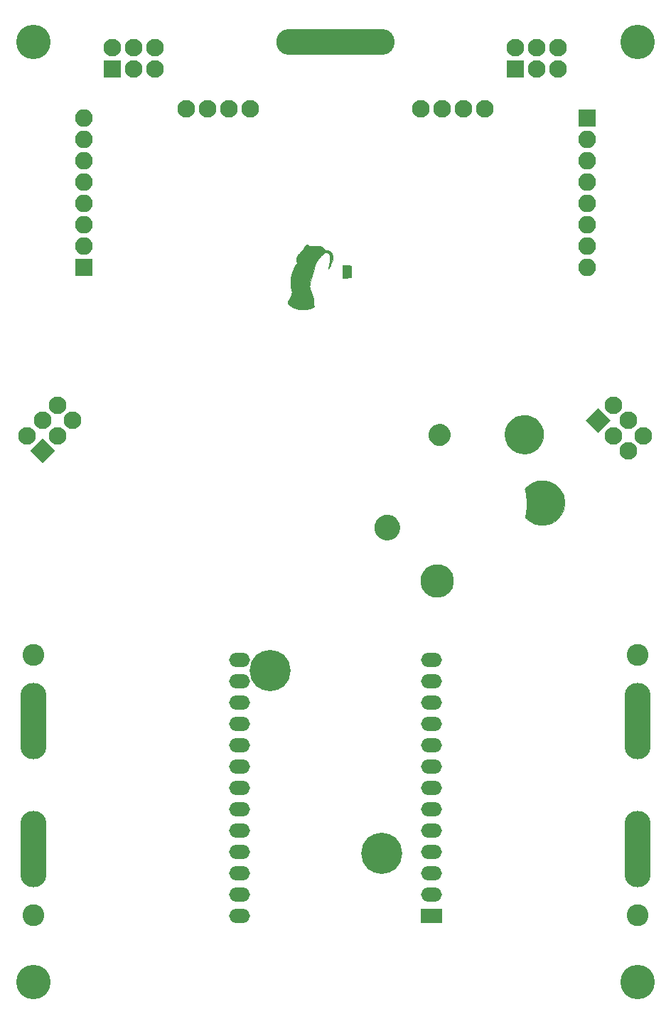
<source format=gbr>
%TF.GenerationSoftware,KiCad,Pcbnew,(5.1.6)-1*%
%TF.CreationDate,2020-10-12T20:35:08+11:00*%
%TF.ProjectId,swag-badge,73776167-2d62-4616-9467-652e6b696361,rev?*%
%TF.SameCoordinates,PX2d4cae0PY916f720*%
%TF.FileFunction,Soldermask,Bot*%
%TF.FilePolarity,Negative*%
%FSLAX46Y46*%
G04 Gerber Fmt 4.6, Leading zero omitted, Abs format (unit mm)*
G04 Created by KiCad (PCBNEW (5.1.6)-1) date 2020-10-12 20:35:08*
%MOMM*%
%LPD*%
G01*
G04 APERTURE LIST*
%ADD10C,0.010000*%
%ADD11C,2.100000*%
%ADD12C,0.100000*%
%ADD13C,4.900000*%
%ADD14O,2.500000X1.700000*%
%ADD15R,2.500000X1.700000*%
%ADD16R,2.100000X2.100000*%
%ADD17O,14.100000X3.100000*%
%ADD18C,4.100000*%
%ADD19O,2.100000X2.100000*%
%ADD20C,2.600000*%
%ADD21O,3.100000X9.100000*%
G04 APERTURE END LIST*
D10*
%TO.C,L2*%
G36*
X54702653Y72965615D02*
G01*
X54662108Y72959682D01*
X54506341Y72924016D01*
X54358439Y72869558D01*
X54219794Y72797643D01*
X54091799Y72709609D01*
X53975845Y72606791D01*
X53873324Y72490526D01*
X53785627Y72362151D01*
X53714147Y72223002D01*
X53660274Y72074415D01*
X53635444Y71973827D01*
X53622471Y71887109D01*
X53615197Y71787947D01*
X53613723Y71684321D01*
X53618150Y71584208D01*
X53628579Y71495587D01*
X53629328Y71491205D01*
X53666231Y71339912D01*
X53722192Y71195308D01*
X53795706Y71059032D01*
X53885266Y70932725D01*
X53989365Y70818029D01*
X54106497Y70716584D01*
X54235156Y70630032D01*
X54373834Y70560013D01*
X54521026Y70508169D01*
X54535376Y70504254D01*
X54685209Y70472938D01*
X54833209Y70459995D01*
X54985821Y70464933D01*
X55014154Y70467670D01*
X55161438Y70493523D01*
X55306626Y70538809D01*
X55446826Y70601848D01*
X55579144Y70680961D01*
X55700689Y70774468D01*
X55808567Y70880692D01*
X55881128Y70970964D01*
X55969008Y71108502D01*
X56036427Y71248971D01*
X56084081Y71394534D01*
X56112667Y71547354D01*
X56122881Y71709593D01*
X56122926Y71721602D01*
X56112941Y71882380D01*
X56083828Y72036379D01*
X56036852Y72182527D01*
X55973276Y72319754D01*
X55894365Y72446987D01*
X55801383Y72563156D01*
X55695594Y72667188D01*
X55578261Y72758014D01*
X55450650Y72834560D01*
X55314024Y72895757D01*
X55169647Y72940532D01*
X55018784Y72967814D01*
X54862698Y72976533D01*
X54702653Y72965615D01*
G37*
X54702653Y72965615D02*
X54662108Y72959682D01*
X54506341Y72924016D01*
X54358439Y72869558D01*
X54219794Y72797643D01*
X54091799Y72709609D01*
X53975845Y72606791D01*
X53873324Y72490526D01*
X53785627Y72362151D01*
X53714147Y72223002D01*
X53660274Y72074415D01*
X53635444Y71973827D01*
X53622471Y71887109D01*
X53615197Y71787947D01*
X53613723Y71684321D01*
X53618150Y71584208D01*
X53628579Y71495587D01*
X53629328Y71491205D01*
X53666231Y71339912D01*
X53722192Y71195308D01*
X53795706Y71059032D01*
X53885266Y70932725D01*
X53989365Y70818029D01*
X54106497Y70716584D01*
X54235156Y70630032D01*
X54373834Y70560013D01*
X54521026Y70508169D01*
X54535376Y70504254D01*
X54685209Y70472938D01*
X54833209Y70459995D01*
X54985821Y70464933D01*
X55014154Y70467670D01*
X55161438Y70493523D01*
X55306626Y70538809D01*
X55446826Y70601848D01*
X55579144Y70680961D01*
X55700689Y70774468D01*
X55808567Y70880692D01*
X55881128Y70970964D01*
X55969008Y71108502D01*
X56036427Y71248971D01*
X56084081Y71394534D01*
X56112667Y71547354D01*
X56122881Y71709593D01*
X56122926Y71721602D01*
X56112941Y71882380D01*
X56083828Y72036379D01*
X56036852Y72182527D01*
X55973276Y72319754D01*
X55894365Y72446987D01*
X55801383Y72563156D01*
X55695594Y72667188D01*
X55578261Y72758014D01*
X55450650Y72834560D01*
X55314024Y72895757D01*
X55169647Y72940532D01*
X55018784Y72967814D01*
X54862698Y72976533D01*
X54702653Y72965615D01*
G36*
X64851446Y74012548D02*
G01*
X64767750Y74009762D01*
X64697617Y74004927D01*
X64677546Y74002772D01*
X64458350Y73965736D01*
X64245627Y73908630D01*
X64040164Y73831781D01*
X63842743Y73735516D01*
X63654151Y73620160D01*
X63516176Y73519111D01*
X63459367Y73471023D01*
X63394304Y73410579D01*
X63325435Y73342368D01*
X63257209Y73270978D01*
X63194073Y73200997D01*
X63140475Y73137013D01*
X63119704Y73110130D01*
X62999101Y72931424D01*
X62897328Y72744918D01*
X62814291Y72551973D01*
X62749898Y72353950D01*
X62704055Y72152208D01*
X62676670Y71948109D01*
X62667649Y71743013D01*
X62676899Y71538280D01*
X62704328Y71335271D01*
X62749841Y71135346D01*
X62813347Y70939866D01*
X62894751Y70750191D01*
X62993961Y70567683D01*
X63110884Y70393700D01*
X63245427Y70229604D01*
X63322304Y70148652D01*
X63486721Y69998408D01*
X63661286Y69866627D01*
X63845404Y69753523D01*
X64038477Y69659311D01*
X64239911Y69584206D01*
X64449111Y69528421D01*
X64665479Y69492173D01*
X64888421Y69475674D01*
X65117342Y69479141D01*
X65170154Y69482737D01*
X65383759Y69509801D01*
X65592303Y69556934D01*
X65794536Y69623375D01*
X65989212Y69708363D01*
X66175084Y69811139D01*
X66350903Y69930942D01*
X66515421Y70067010D01*
X66667393Y70218585D01*
X66805569Y70384905D01*
X66918159Y70548254D01*
X67013826Y70718742D01*
X67095762Y70902427D01*
X67162492Y71095237D01*
X67212544Y71293102D01*
X67235953Y71426051D01*
X67245218Y71510277D01*
X67251210Y71608239D01*
X67253933Y71713856D01*
X67253390Y71821048D01*
X67249583Y71923735D01*
X67242516Y72015837D01*
X67235627Y72070780D01*
X67201232Y72253260D01*
X67155012Y72424075D01*
X67094726Y72590444D01*
X67027959Y72739518D01*
X66923512Y72931106D01*
X66802777Y73109806D01*
X66666839Y73274839D01*
X66516781Y73425424D01*
X66353688Y73560784D01*
X66178645Y73680137D01*
X65992736Y73782705D01*
X65797044Y73867708D01*
X65592655Y73934367D01*
X65380652Y73981902D01*
X65278136Y73997486D01*
X65210298Y74004201D01*
X65128132Y74009114D01*
X65037215Y74012175D01*
X64943127Y74013336D01*
X64851446Y74012548D01*
G37*
X64851446Y74012548D02*
X64767750Y74009762D01*
X64697617Y74004927D01*
X64677546Y74002772D01*
X64458350Y73965736D01*
X64245627Y73908630D01*
X64040164Y73831781D01*
X63842743Y73735516D01*
X63654151Y73620160D01*
X63516176Y73519111D01*
X63459367Y73471023D01*
X63394304Y73410579D01*
X63325435Y73342368D01*
X63257209Y73270978D01*
X63194073Y73200997D01*
X63140475Y73137013D01*
X63119704Y73110130D01*
X62999101Y72931424D01*
X62897328Y72744918D01*
X62814291Y72551973D01*
X62749898Y72353950D01*
X62704055Y72152208D01*
X62676670Y71948109D01*
X62667649Y71743013D01*
X62676899Y71538280D01*
X62704328Y71335271D01*
X62749841Y71135346D01*
X62813347Y70939866D01*
X62894751Y70750191D01*
X62993961Y70567683D01*
X63110884Y70393700D01*
X63245427Y70229604D01*
X63322304Y70148652D01*
X63486721Y69998408D01*
X63661286Y69866627D01*
X63845404Y69753523D01*
X64038477Y69659311D01*
X64239911Y69584206D01*
X64449111Y69528421D01*
X64665479Y69492173D01*
X64888421Y69475674D01*
X65117342Y69479141D01*
X65170154Y69482737D01*
X65383759Y69509801D01*
X65592303Y69556934D01*
X65794536Y69623375D01*
X65989212Y69708363D01*
X66175084Y69811139D01*
X66350903Y69930942D01*
X66515421Y70067010D01*
X66667393Y70218585D01*
X66805569Y70384905D01*
X66918159Y70548254D01*
X67013826Y70718742D01*
X67095762Y70902427D01*
X67162492Y71095237D01*
X67212544Y71293102D01*
X67235953Y71426051D01*
X67245218Y71510277D01*
X67251210Y71608239D01*
X67253933Y71713856D01*
X67253390Y71821048D01*
X67249583Y71923735D01*
X67242516Y72015837D01*
X67235627Y72070780D01*
X67201232Y72253260D01*
X67155012Y72424075D01*
X67094726Y72590444D01*
X67027959Y72739518D01*
X66923512Y72931106D01*
X66802777Y73109806D01*
X66666839Y73274839D01*
X66516781Y73425424D01*
X66353688Y73560784D01*
X66178645Y73680137D01*
X65992736Y73782705D01*
X65797044Y73867708D01*
X65592655Y73934367D01*
X65380652Y73981902D01*
X65278136Y73997486D01*
X65210298Y74004201D01*
X65128132Y74009114D01*
X65037215Y74012175D01*
X64943127Y74013336D01*
X64851446Y74012548D01*
G36*
X67047005Y66256675D02*
G01*
X66954887Y66254272D01*
X66873899Y66249731D01*
X66816548Y66243997D01*
X66577040Y66202507D01*
X66347363Y66142293D01*
X66127136Y66063180D01*
X65915979Y65964995D01*
X65713511Y65847565D01*
X65519354Y65710714D01*
X65360115Y65578589D01*
X65315158Y65536965D01*
X65267520Y65490115D01*
X65219611Y65440718D01*
X65173843Y65391454D01*
X65132626Y65345004D01*
X65098371Y65304046D01*
X65073490Y65271262D01*
X65060392Y65249330D01*
X65058983Y65243856D01*
X65061461Y65227467D01*
X65068307Y65194514D01*
X65078635Y65148947D01*
X65091562Y65094716D01*
X65100470Y65058569D01*
X65179971Y64698055D01*
X65238354Y64338243D01*
X65275646Y63978730D01*
X65291875Y63619111D01*
X65287068Y63258979D01*
X65261255Y62897931D01*
X65253809Y62827679D01*
X65230875Y62649969D01*
X65200697Y62460180D01*
X65164560Y62265612D01*
X65123751Y62073568D01*
X65112380Y62024299D01*
X65090304Y61930298D01*
X65119549Y61891956D01*
X65148359Y61857720D01*
X65189693Y61813312D01*
X65239920Y61762255D01*
X65295412Y61708071D01*
X65352541Y61654280D01*
X65407676Y61604406D01*
X65457189Y61561969D01*
X65471905Y61550014D01*
X65663680Y61410343D01*
X65866197Y61288550D01*
X66078116Y61185206D01*
X66298094Y61100882D01*
X66524790Y61036147D01*
X66756862Y60991572D01*
X66798562Y60985804D01*
X66868442Y60978967D01*
X66953783Y60974175D01*
X67049255Y60971423D01*
X67149526Y60970702D01*
X67249264Y60972004D01*
X67343139Y60975323D01*
X67425819Y60980650D01*
X67483576Y60986787D01*
X67711167Y61028023D01*
X67935127Y61089089D01*
X68153196Y61169062D01*
X68363113Y61267022D01*
X68562619Y61382046D01*
X68719887Y61490719D01*
X68902994Y61640857D01*
X69070437Y61804938D01*
X69221721Y61982125D01*
X69356349Y62171584D01*
X69473825Y62372479D01*
X69573652Y62583975D01*
X69655334Y62805237D01*
X69718375Y63035429D01*
X69756595Y63235307D01*
X69765054Y63307159D01*
X69771181Y63394959D01*
X69774977Y63493606D01*
X69776440Y63598000D01*
X69775571Y63703041D01*
X69772369Y63803630D01*
X69766833Y63894667D01*
X69758963Y63971051D01*
X69756665Y63987037D01*
X69709950Y64226466D01*
X69645276Y64454756D01*
X69562451Y64672290D01*
X69461281Y64879453D01*
X69341575Y65076626D01*
X69203138Y65264195D01*
X69045780Y65442543D01*
X69003456Y65485739D01*
X68827678Y65647463D01*
X68642617Y65790267D01*
X68447967Y65914302D01*
X68243420Y66019720D01*
X68028671Y66106674D01*
X67803414Y66175315D01*
X67567343Y66225796D01*
X67488870Y66238227D01*
X67420678Y66245827D01*
X67337090Y66251517D01*
X67243412Y66255252D01*
X67144948Y66256987D01*
X67047005Y66256675D01*
G37*
X67047005Y66256675D02*
X66954887Y66254272D01*
X66873899Y66249731D01*
X66816548Y66243997D01*
X66577040Y66202507D01*
X66347363Y66142293D01*
X66127136Y66063180D01*
X65915979Y65964995D01*
X65713511Y65847565D01*
X65519354Y65710714D01*
X65360115Y65578589D01*
X65315158Y65536965D01*
X65267520Y65490115D01*
X65219611Y65440718D01*
X65173843Y65391454D01*
X65132626Y65345004D01*
X65098371Y65304046D01*
X65073490Y65271262D01*
X65060392Y65249330D01*
X65058983Y65243856D01*
X65061461Y65227467D01*
X65068307Y65194514D01*
X65078635Y65148947D01*
X65091562Y65094716D01*
X65100470Y65058569D01*
X65179971Y64698055D01*
X65238354Y64338243D01*
X65275646Y63978730D01*
X65291875Y63619111D01*
X65287068Y63258979D01*
X65261255Y62897931D01*
X65253809Y62827679D01*
X65230875Y62649969D01*
X65200697Y62460180D01*
X65164560Y62265612D01*
X65123751Y62073568D01*
X65112380Y62024299D01*
X65090304Y61930298D01*
X65119549Y61891956D01*
X65148359Y61857720D01*
X65189693Y61813312D01*
X65239920Y61762255D01*
X65295412Y61708071D01*
X65352541Y61654280D01*
X65407676Y61604406D01*
X65457189Y61561969D01*
X65471905Y61550014D01*
X65663680Y61410343D01*
X65866197Y61288550D01*
X66078116Y61185206D01*
X66298094Y61100882D01*
X66524790Y61036147D01*
X66756862Y60991572D01*
X66798562Y60985804D01*
X66868442Y60978967D01*
X66953783Y60974175D01*
X67049255Y60971423D01*
X67149526Y60970702D01*
X67249264Y60972004D01*
X67343139Y60975323D01*
X67425819Y60980650D01*
X67483576Y60986787D01*
X67711167Y61028023D01*
X67935127Y61089089D01*
X68153196Y61169062D01*
X68363113Y61267022D01*
X68562619Y61382046D01*
X68719887Y61490719D01*
X68902994Y61640857D01*
X69070437Y61804938D01*
X69221721Y61982125D01*
X69356349Y62171584D01*
X69473825Y62372479D01*
X69573652Y62583975D01*
X69655334Y62805237D01*
X69718375Y63035429D01*
X69756595Y63235307D01*
X69765054Y63307159D01*
X69771181Y63394959D01*
X69774977Y63493606D01*
X69776440Y63598000D01*
X69775571Y63703041D01*
X69772369Y63803630D01*
X69766833Y63894667D01*
X69758963Y63971051D01*
X69756665Y63987037D01*
X69709950Y64226466D01*
X69645276Y64454756D01*
X69562451Y64672290D01*
X69461281Y64879453D01*
X69341575Y65076626D01*
X69203138Y65264195D01*
X69045780Y65442543D01*
X69003456Y65485739D01*
X68827678Y65647463D01*
X68642617Y65790267D01*
X68447967Y65914302D01*
X68243420Y66019720D01*
X68028671Y66106674D01*
X67803414Y66175315D01*
X67567343Y66225796D01*
X67488870Y66238227D01*
X67420678Y66245827D01*
X67337090Y66251517D01*
X67243412Y66255252D01*
X67144948Y66256987D01*
X67047005Y66256675D01*
G36*
X48511761Y62155633D02*
G01*
X48404174Y62144972D01*
X48301798Y62125888D01*
X48197096Y62097206D01*
X48160942Y62085498D01*
X48000697Y62020966D01*
X47850635Y61938653D01*
X47711961Y61839956D01*
X47585881Y61726271D01*
X47473599Y61598997D01*
X47376321Y61459529D01*
X47295251Y61309265D01*
X47231594Y61149601D01*
X47186555Y60981935D01*
X47180031Y60948354D01*
X47169821Y60872538D01*
X47163652Y60783753D01*
X47161518Y60688614D01*
X47163414Y60593738D01*
X47169332Y60505744D01*
X47179268Y60431247D01*
X47180511Y60424645D01*
X47224581Y60250801D01*
X47286600Y60086797D01*
X47365489Y59933647D01*
X47460169Y59792366D01*
X47569564Y59663968D01*
X47692595Y59549469D01*
X47828184Y59449882D01*
X47975253Y59366222D01*
X48132725Y59299505D01*
X48299520Y59250745D01*
X48457121Y59223002D01*
X48518294Y59217641D01*
X48590869Y59214581D01*
X48666429Y59213916D01*
X48736557Y59215741D01*
X48785619Y59219321D01*
X48961046Y59248487D01*
X49129237Y59297390D01*
X49289193Y59365551D01*
X49439914Y59452493D01*
X49580401Y59557735D01*
X49675380Y59645301D01*
X49791439Y59775663D01*
X49888871Y59914000D01*
X49968009Y60058894D01*
X50029188Y60208926D01*
X50072743Y60362677D01*
X50099008Y60518729D01*
X50108319Y60675662D01*
X50101009Y60832059D01*
X50077414Y60986499D01*
X50037867Y61137566D01*
X49982704Y61283839D01*
X49912259Y61423900D01*
X49826866Y61556331D01*
X49726862Y61679712D01*
X49612579Y61792626D01*
X49484352Y61893652D01*
X49342517Y61981373D01*
X49187408Y62054370D01*
X49099559Y62086727D01*
X48992823Y62118667D01*
X48890893Y62140545D01*
X48786201Y62153532D01*
X48671180Y62158799D01*
X48632097Y62159047D01*
X48511761Y62155633D01*
G37*
X48511761Y62155633D02*
X48404174Y62144972D01*
X48301798Y62125888D01*
X48197096Y62097206D01*
X48160942Y62085498D01*
X48000697Y62020966D01*
X47850635Y61938653D01*
X47711961Y61839956D01*
X47585881Y61726271D01*
X47473599Y61598997D01*
X47376321Y61459529D01*
X47295251Y61309265D01*
X47231594Y61149601D01*
X47186555Y60981935D01*
X47180031Y60948354D01*
X47169821Y60872538D01*
X47163652Y60783753D01*
X47161518Y60688614D01*
X47163414Y60593738D01*
X47169332Y60505744D01*
X47179268Y60431247D01*
X47180511Y60424645D01*
X47224581Y60250801D01*
X47286600Y60086797D01*
X47365489Y59933647D01*
X47460169Y59792366D01*
X47569564Y59663968D01*
X47692595Y59549469D01*
X47828184Y59449882D01*
X47975253Y59366222D01*
X48132725Y59299505D01*
X48299520Y59250745D01*
X48457121Y59223002D01*
X48518294Y59217641D01*
X48590869Y59214581D01*
X48666429Y59213916D01*
X48736557Y59215741D01*
X48785619Y59219321D01*
X48961046Y59248487D01*
X49129237Y59297390D01*
X49289193Y59365551D01*
X49439914Y59452493D01*
X49580401Y59557735D01*
X49675380Y59645301D01*
X49791439Y59775663D01*
X49888871Y59914000D01*
X49968009Y60058894D01*
X50029188Y60208926D01*
X50072743Y60362677D01*
X50099008Y60518729D01*
X50108319Y60675662D01*
X50101009Y60832059D01*
X50077414Y60986499D01*
X50037867Y61137566D01*
X49982704Y61283839D01*
X49912259Y61423900D01*
X49826866Y61556331D01*
X49726862Y61679712D01*
X49612579Y61792626D01*
X49484352Y61893652D01*
X49342517Y61981373D01*
X49187408Y62054370D01*
X49099559Y62086727D01*
X48992823Y62118667D01*
X48890893Y62140545D01*
X48786201Y62153532D01*
X48671180Y62158799D01*
X48632097Y62159047D01*
X48511761Y62155633D01*
G36*
X54439675Y56265668D02*
G01*
X54365024Y56260808D01*
X54347373Y56258907D01*
X54151383Y56225134D01*
X53962236Y56172125D01*
X53781079Y56100917D01*
X53609064Y56012545D01*
X53447338Y55908045D01*
X53297053Y55788452D01*
X53159358Y55654804D01*
X53035401Y55508134D01*
X52926333Y55349481D01*
X52833303Y55179878D01*
X52757461Y55000363D01*
X52699955Y54811971D01*
X52688728Y54764278D01*
X52653960Y54560687D01*
X52640263Y54358846D01*
X52647586Y54159164D01*
X52675879Y53962047D01*
X52725089Y53767902D01*
X52795168Y53577138D01*
X52851443Y53456024D01*
X52951545Y53280432D01*
X53068012Y53118060D01*
X53200125Y52969619D01*
X53347167Y52835817D01*
X53508419Y52717364D01*
X53683162Y52614969D01*
X53724802Y52593952D01*
X53910965Y52514332D01*
X54103161Y52454845D01*
X54300275Y52415692D01*
X54501192Y52397074D01*
X54704795Y52399190D01*
X54775797Y52404800D01*
X54964158Y52433289D01*
X55150296Y52481475D01*
X55331880Y52548152D01*
X55506578Y52632115D01*
X55672060Y52732159D01*
X55825996Y52847080D01*
X55966053Y52975673D01*
X56043518Y53060128D01*
X56165457Y53217762D01*
X56270805Y53386083D01*
X56358618Y53562972D01*
X56427955Y53746309D01*
X56477874Y53933973D01*
X56504572Y54097368D01*
X56511647Y54187094D01*
X56514210Y54289406D01*
X56512515Y54398063D01*
X56506818Y54506824D01*
X56497373Y54609445D01*
X56484436Y54699685D01*
X56478793Y54728789D01*
X56426809Y54925031D01*
X56356364Y55111869D01*
X56268406Y55288366D01*
X56163883Y55453586D01*
X56043743Y55606590D01*
X55908933Y55746442D01*
X55760403Y55872205D01*
X55599101Y55982941D01*
X55425973Y56077714D01*
X55241970Y56155585D01*
X55048037Y56215618D01*
X54952365Y56237686D01*
X54887102Y56248173D01*
X54806325Y56256593D01*
X54715615Y56262747D01*
X54620550Y56266442D01*
X54526711Y56267481D01*
X54439675Y56265668D01*
G37*
X54439675Y56265668D02*
X54365024Y56260808D01*
X54347373Y56258907D01*
X54151383Y56225134D01*
X53962236Y56172125D01*
X53781079Y56100917D01*
X53609064Y56012545D01*
X53447338Y55908045D01*
X53297053Y55788452D01*
X53159358Y55654804D01*
X53035401Y55508134D01*
X52926333Y55349481D01*
X52833303Y55179878D01*
X52757461Y55000363D01*
X52699955Y54811971D01*
X52688728Y54764278D01*
X52653960Y54560687D01*
X52640263Y54358846D01*
X52647586Y54159164D01*
X52675879Y53962047D01*
X52725089Y53767902D01*
X52795168Y53577138D01*
X52851443Y53456024D01*
X52951545Y53280432D01*
X53068012Y53118060D01*
X53200125Y52969619D01*
X53347167Y52835817D01*
X53508419Y52717364D01*
X53683162Y52614969D01*
X53724802Y52593952D01*
X53910965Y52514332D01*
X54103161Y52454845D01*
X54300275Y52415692D01*
X54501192Y52397074D01*
X54704795Y52399190D01*
X54775797Y52404800D01*
X54964158Y52433289D01*
X55150296Y52481475D01*
X55331880Y52548152D01*
X55506578Y52632115D01*
X55672060Y52732159D01*
X55825996Y52847080D01*
X55966053Y52975673D01*
X56043518Y53060128D01*
X56165457Y53217762D01*
X56270805Y53386083D01*
X56358618Y53562972D01*
X56427955Y53746309D01*
X56477874Y53933973D01*
X56504572Y54097368D01*
X56511647Y54187094D01*
X56514210Y54289406D01*
X56512515Y54398063D01*
X56506818Y54506824D01*
X56497373Y54609445D01*
X56484436Y54699685D01*
X56478793Y54728789D01*
X56426809Y54925031D01*
X56356364Y55111869D01*
X56268406Y55288366D01*
X56163883Y55453586D01*
X56043743Y55606590D01*
X55908933Y55746442D01*
X55760403Y55872205D01*
X55599101Y55982941D01*
X55425973Y56077714D01*
X55241970Y56155585D01*
X55048037Y56215618D01*
X54952365Y56237686D01*
X54887102Y56248173D01*
X54806325Y56256593D01*
X54715615Y56262747D01*
X54620550Y56266442D01*
X54526711Y56267481D01*
X54439675Y56265668D01*
%TO.C,L4*%
G36*
X43407849Y91885787D02*
G01*
X43389371Y91871655D01*
X43385225Y91867046D01*
X43381659Y91861101D01*
X43378629Y91852294D01*
X43376091Y91839097D01*
X43374002Y91819985D01*
X43372318Y91793431D01*
X43370995Y91757907D01*
X43369991Y91711888D01*
X43369260Y91653847D01*
X43368760Y91582257D01*
X43368448Y91495592D01*
X43368278Y91392324D01*
X43368209Y91270928D01*
X43368195Y91130513D01*
X43368209Y90989547D01*
X43368279Y90868230D01*
X43368449Y90765036D01*
X43368762Y90678437D01*
X43369263Y90606907D01*
X43369994Y90548920D01*
X43371000Y90502948D01*
X43372324Y90467466D01*
X43374010Y90440946D01*
X43376101Y90421861D01*
X43378640Y90408687D01*
X43381673Y90399895D01*
X43385241Y90393958D01*
X43389371Y90389371D01*
X43395875Y90383195D01*
X43403133Y90378203D01*
X43413028Y90374437D01*
X43427441Y90371938D01*
X43448254Y90370745D01*
X43477349Y90370901D01*
X43516607Y90372447D01*
X43567911Y90375423D01*
X43633143Y90379870D01*
X43714184Y90385830D01*
X43812916Y90393343D01*
X43908170Y90400675D01*
X43997337Y90407515D01*
X44080517Y90413837D01*
X44155181Y90419452D01*
X44218802Y90424172D01*
X44268852Y90427811D01*
X44302802Y90430180D01*
X44318033Y90431090D01*
X44342215Y90439048D01*
X44363031Y90454893D01*
X44367437Y90460055D01*
X44371199Y90466425D01*
X44374368Y90475608D01*
X44376994Y90489211D01*
X44379128Y90508841D01*
X44380822Y90536104D01*
X44382126Y90572606D01*
X44383091Y90619953D01*
X44383768Y90679752D01*
X44384209Y90753609D01*
X44384463Y90843130D01*
X44384582Y90949922D01*
X44384617Y91075592D01*
X44384619Y91135957D01*
X44384619Y91793849D01*
X44360796Y91816093D01*
X44353907Y91821598D01*
X44344674Y91826346D01*
X44331121Y91830543D01*
X44311274Y91834398D01*
X44283156Y91838118D01*
X44244792Y91841913D01*
X44194206Y91845990D01*
X44129422Y91850556D01*
X44048466Y91855820D01*
X43949361Y91861990D01*
X43890680Y91865584D01*
X43795086Y91871396D01*
X43705710Y91876784D01*
X43624839Y91881614D01*
X43554763Y91885751D01*
X43497769Y91889061D01*
X43456146Y91891408D01*
X43432183Y91892658D01*
X43427466Y91892830D01*
X43407849Y91885787D01*
G37*
X43407849Y91885787D02*
X43389371Y91871655D01*
X43385225Y91867046D01*
X43381659Y91861101D01*
X43378629Y91852294D01*
X43376091Y91839097D01*
X43374002Y91819985D01*
X43372318Y91793431D01*
X43370995Y91757907D01*
X43369991Y91711888D01*
X43369260Y91653847D01*
X43368760Y91582257D01*
X43368448Y91495592D01*
X43368278Y91392324D01*
X43368209Y91270928D01*
X43368195Y91130513D01*
X43368209Y90989547D01*
X43368279Y90868230D01*
X43368449Y90765036D01*
X43368762Y90678437D01*
X43369263Y90606907D01*
X43369994Y90548920D01*
X43371000Y90502948D01*
X43372324Y90467466D01*
X43374010Y90440946D01*
X43376101Y90421861D01*
X43378640Y90408687D01*
X43381673Y90399895D01*
X43385241Y90393958D01*
X43389371Y90389371D01*
X43395875Y90383195D01*
X43403133Y90378203D01*
X43413028Y90374437D01*
X43427441Y90371938D01*
X43448254Y90370745D01*
X43477349Y90370901D01*
X43516607Y90372447D01*
X43567911Y90375423D01*
X43633143Y90379870D01*
X43714184Y90385830D01*
X43812916Y90393343D01*
X43908170Y90400675D01*
X43997337Y90407515D01*
X44080517Y90413837D01*
X44155181Y90419452D01*
X44218802Y90424172D01*
X44268852Y90427811D01*
X44302802Y90430180D01*
X44318033Y90431090D01*
X44342215Y90439048D01*
X44363031Y90454893D01*
X44367437Y90460055D01*
X44371199Y90466425D01*
X44374368Y90475608D01*
X44376994Y90489211D01*
X44379128Y90508841D01*
X44380822Y90536104D01*
X44382126Y90572606D01*
X44383091Y90619953D01*
X44383768Y90679752D01*
X44384209Y90753609D01*
X44384463Y90843130D01*
X44384582Y90949922D01*
X44384617Y91075592D01*
X44384619Y91135957D01*
X44384619Y91793849D01*
X44360796Y91816093D01*
X44353907Y91821598D01*
X44344674Y91826346D01*
X44331121Y91830543D01*
X44311274Y91834398D01*
X44283156Y91838118D01*
X44244792Y91841913D01*
X44194206Y91845990D01*
X44129422Y91850556D01*
X44048466Y91855820D01*
X43949361Y91861990D01*
X43890680Y91865584D01*
X43795086Y91871396D01*
X43705710Y91876784D01*
X43624839Y91881614D01*
X43554763Y91885751D01*
X43497769Y91889061D01*
X43456146Y91891408D01*
X43432183Y91892658D01*
X43427466Y91892830D01*
X43407849Y91885787D01*
G36*
X39036747Y94300389D02*
G01*
X39002762Y94286306D01*
X38976741Y94272499D01*
X38953961Y94255095D01*
X38929701Y94230218D01*
X38899238Y94193993D01*
X38883799Y94174886D01*
X38844410Y94122869D01*
X38802674Y94062826D01*
X38765062Y94004253D01*
X38749251Y93977472D01*
X38679732Y93865367D01*
X38597035Y93752059D01*
X38498627Y93634165D01*
X38460891Y93592163D01*
X38415592Y93540916D01*
X38366979Y93483201D01*
X38321380Y93426665D01*
X38289955Y93385574D01*
X38248454Y93333390D01*
X38198436Y93276614D01*
X38147814Y93224021D01*
X38123086Y93200515D01*
X38075020Y93154763D01*
X38038255Y93114006D01*
X38006870Y93070917D01*
X37974946Y93018168D01*
X37972936Y93014628D01*
X37947724Y92968407D01*
X37928888Y92928477D01*
X37914050Y92888272D01*
X37900834Y92841227D01*
X37886864Y92780775D01*
X37884716Y92770882D01*
X37872233Y92711528D01*
X37864032Y92665880D01*
X37859573Y92627025D01*
X37858315Y92588053D01*
X37859719Y92542048D01*
X37862756Y92489805D01*
X37866601Y92432608D01*
X37870645Y92390737D01*
X37876301Y92358377D01*
X37884984Y92329713D01*
X37898108Y92298930D01*
X37917086Y92260213D01*
X37919984Y92254439D01*
X37940302Y92213138D01*
X37956429Y92178746D01*
X37966322Y92155717D01*
X37968445Y92148823D01*
X37960806Y92139051D01*
X37939802Y92118360D01*
X37908301Y92089425D01*
X37869171Y92054923D01*
X37851936Y92040088D01*
X37735427Y91940475D01*
X37649305Y91771071D01*
X37620292Y91713664D01*
X37597934Y91667661D01*
X37580579Y91628302D01*
X37566575Y91590828D01*
X37554274Y91550479D01*
X37542022Y91502496D01*
X37528170Y91442119D01*
X37515839Y91386304D01*
X37468495Y91170941D01*
X37385828Y91024118D01*
X37354231Y90967129D01*
X37330114Y90920564D01*
X37311126Y90878566D01*
X37294915Y90835275D01*
X37279128Y90784832D01*
X37261415Y90721377D01*
X37255529Y90699506D01*
X37227444Y90580537D01*
X37204328Y90450986D01*
X37185914Y90308588D01*
X37171936Y90151078D01*
X37162126Y89976193D01*
X37158532Y89875865D01*
X37156473Y89794457D01*
X37155850Y89726923D01*
X37156938Y89666922D01*
X37160014Y89608113D01*
X37165352Y89544157D01*
X37173231Y89468711D01*
X37178155Y89425161D01*
X37186831Y89351272D01*
X37194643Y89291029D01*
X37202634Y89239525D01*
X37211847Y89191858D01*
X37223324Y89143121D01*
X37238107Y89088408D01*
X37257238Y89022817D01*
X37279077Y88950294D01*
X37353780Y88703787D01*
X37249279Y88421631D01*
X37220057Y88342516D01*
X37191325Y88264331D01*
X37164478Y88190902D01*
X37140910Y88126053D01*
X37122016Y88073610D01*
X37109712Y88038891D01*
X37094335Y87998218D01*
X37076250Y87958108D01*
X37053391Y87914832D01*
X37023692Y87864660D01*
X36985087Y87803862D01*
X36949807Y87750194D01*
X36824969Y87562081D01*
X36824981Y87292455D01*
X36949381Y87216157D01*
X36999101Y87183746D01*
X37059379Y87141461D01*
X37124772Y87093296D01*
X37189835Y87043244D01*
X37238863Y87003808D01*
X37403946Y86867756D01*
X37641198Y86781708D01*
X37878449Y86695660D01*
X38196082Y86669112D01*
X38293496Y86661594D01*
X38399913Y86654452D01*
X38509027Y86648038D01*
X38614536Y86642703D01*
X38710134Y86638797D01*
X38773114Y86636983D01*
X39032514Y86631402D01*
X39209219Y86672055D01*
X39285204Y86690958D01*
X39363476Y86712901D01*
X39436719Y86735704D01*
X39497616Y86757190D01*
X39505675Y86760340D01*
X39562041Y86782044D01*
X39620617Y86803407D01*
X39673501Y86821605D01*
X39704835Y86831524D01*
X39745167Y86844753D01*
X39777064Y86859394D01*
X39807166Y86879492D01*
X39842114Y86909090D01*
X39861605Y86926969D01*
X39938966Y86998862D01*
X39907144Y87166834D01*
X39896716Y87222688D01*
X39888951Y87268135D01*
X39883553Y87307777D01*
X39880229Y87346214D01*
X39878681Y87388049D01*
X39878616Y87437882D01*
X39879739Y87500315D01*
X39881432Y87567737D01*
X39887542Y87800667D01*
X39770654Y88150063D01*
X39688288Y88399696D01*
X39614473Y88630657D01*
X39549019Y88843563D01*
X39491737Y89039028D01*
X39446192Y89203612D01*
X39389535Y89415116D01*
X39423713Y89634903D01*
X39457891Y89854689D01*
X39908023Y91188745D01*
X39937986Y91421676D01*
X39967949Y91654606D01*
X40078406Y91961651D01*
X40109584Y92048152D01*
X40134962Y92117666D01*
X40155890Y92173139D01*
X40173717Y92217516D01*
X40189791Y92253743D01*
X40205462Y92284766D01*
X40222079Y92313531D01*
X40240990Y92342982D01*
X40263545Y92376066D01*
X40277207Y92395748D01*
X40310047Y92441696D01*
X40352907Y92499748D01*
X40402490Y92565545D01*
X40455497Y92634728D01*
X40508632Y92702937D01*
X40531866Y92732355D01*
X40581155Y92793927D01*
X40625086Y92847318D01*
X40666546Y92895604D01*
X40708419Y92941864D01*
X40753589Y92989174D01*
X40804941Y93040613D01*
X40865359Y93099257D01*
X40937730Y93168185D01*
X40961179Y93190362D01*
X41224177Y93438815D01*
X41356524Y93432102D01*
X41488870Y93425388D01*
X41612341Y93360548D01*
X41735812Y93295707D01*
X41867514Y92958425D01*
X41861969Y92745907D01*
X41856343Y92617079D01*
X41845911Y92491066D01*
X41830052Y92364006D01*
X41808142Y92232036D01*
X41779559Y92091295D01*
X41743678Y91937921D01*
X41711038Y91810120D01*
X41688378Y91723717D01*
X41670733Y91655393D01*
X41657653Y91602768D01*
X41648688Y91563462D01*
X41643388Y91535096D01*
X41641301Y91515290D01*
X41641978Y91501664D01*
X41644968Y91491839D01*
X41649346Y91484156D01*
X41664885Y91466617D01*
X41677622Y91461653D01*
X41684752Y91471817D01*
X41699600Y91498812D01*
X41720971Y91540258D01*
X41747668Y91593779D01*
X41778495Y91656996D01*
X41812255Y91727533D01*
X41825648Y91755854D01*
X41876349Y91864997D01*
X41919157Y91961012D01*
X41956314Y92049362D01*
X41990061Y92135511D01*
X42022639Y92224924D01*
X42046893Y92295165D01*
X42131219Y92543977D01*
X42140223Y92792789D01*
X42149228Y93041601D01*
X42110649Y93179210D01*
X42072069Y93316819D01*
X41960662Y93433316D01*
X41916353Y93479150D01*
X41881265Y93513333D01*
X41850230Y93539750D01*
X41818080Y93562286D01*
X41779649Y93584828D01*
X41729768Y93611260D01*
X41711414Y93620727D01*
X41573572Y93691641D01*
X41439902Y93692194D01*
X41385542Y93692930D01*
X41336010Y93694527D01*
X41296732Y93696751D01*
X41273134Y93699367D01*
X41272960Y93699401D01*
X41255844Y93706011D01*
X41235260Y93720890D01*
X41208775Y93746325D01*
X41173958Y93784606D01*
X41138784Y93825643D01*
X41063181Y93908401D01*
X40984224Y93979961D01*
X40895264Y94045974D01*
X40830848Y94087406D01*
X40815837Y94093544D01*
X40785072Y94104068D01*
X40743136Y94117465D01*
X40697902Y94131247D01*
X40635127Y94148505D01*
X40576387Y94160995D01*
X40513732Y94170086D01*
X40439208Y94177144D01*
X40424802Y94178239D01*
X40366081Y94182027D01*
X40311347Y94184550D01*
X40265795Y94185639D01*
X40234616Y94185123D01*
X40228929Y94184640D01*
X40206150Y94182261D01*
X40165970Y94178363D01*
X40112080Y94173290D01*
X40048173Y94167389D01*
X39977939Y94161005D01*
X39946045Y94158139D01*
X39866906Y94151185D01*
X39804465Y94146222D01*
X39754347Y94143197D01*
X39712174Y94142055D01*
X39673568Y94142743D01*
X39634154Y94145206D01*
X39589552Y94149392D01*
X39553002Y94153307D01*
X39400492Y94170020D01*
X39256620Y94250113D01*
X39112747Y94330207D01*
X39036747Y94300389D01*
G37*
X39036747Y94300389D02*
X39002762Y94286306D01*
X38976741Y94272499D01*
X38953961Y94255095D01*
X38929701Y94230218D01*
X38899238Y94193993D01*
X38883799Y94174886D01*
X38844410Y94122869D01*
X38802674Y94062826D01*
X38765062Y94004253D01*
X38749251Y93977472D01*
X38679732Y93865367D01*
X38597035Y93752059D01*
X38498627Y93634165D01*
X38460891Y93592163D01*
X38415592Y93540916D01*
X38366979Y93483201D01*
X38321380Y93426665D01*
X38289955Y93385574D01*
X38248454Y93333390D01*
X38198436Y93276614D01*
X38147814Y93224021D01*
X38123086Y93200515D01*
X38075020Y93154763D01*
X38038255Y93114006D01*
X38006870Y93070917D01*
X37974946Y93018168D01*
X37972936Y93014628D01*
X37947724Y92968407D01*
X37928888Y92928477D01*
X37914050Y92888272D01*
X37900834Y92841227D01*
X37886864Y92780775D01*
X37884716Y92770882D01*
X37872233Y92711528D01*
X37864032Y92665880D01*
X37859573Y92627025D01*
X37858315Y92588053D01*
X37859719Y92542048D01*
X37862756Y92489805D01*
X37866601Y92432608D01*
X37870645Y92390737D01*
X37876301Y92358377D01*
X37884984Y92329713D01*
X37898108Y92298930D01*
X37917086Y92260213D01*
X37919984Y92254439D01*
X37940302Y92213138D01*
X37956429Y92178746D01*
X37966322Y92155717D01*
X37968445Y92148823D01*
X37960806Y92139051D01*
X37939802Y92118360D01*
X37908301Y92089425D01*
X37869171Y92054923D01*
X37851936Y92040088D01*
X37735427Y91940475D01*
X37649305Y91771071D01*
X37620292Y91713664D01*
X37597934Y91667661D01*
X37580579Y91628302D01*
X37566575Y91590828D01*
X37554274Y91550479D01*
X37542022Y91502496D01*
X37528170Y91442119D01*
X37515839Y91386304D01*
X37468495Y91170941D01*
X37385828Y91024118D01*
X37354231Y90967129D01*
X37330114Y90920564D01*
X37311126Y90878566D01*
X37294915Y90835275D01*
X37279128Y90784832D01*
X37261415Y90721377D01*
X37255529Y90699506D01*
X37227444Y90580537D01*
X37204328Y90450986D01*
X37185914Y90308588D01*
X37171936Y90151078D01*
X37162126Y89976193D01*
X37158532Y89875865D01*
X37156473Y89794457D01*
X37155850Y89726923D01*
X37156938Y89666922D01*
X37160014Y89608113D01*
X37165352Y89544157D01*
X37173231Y89468711D01*
X37178155Y89425161D01*
X37186831Y89351272D01*
X37194643Y89291029D01*
X37202634Y89239525D01*
X37211847Y89191858D01*
X37223324Y89143121D01*
X37238107Y89088408D01*
X37257238Y89022817D01*
X37279077Y88950294D01*
X37353780Y88703787D01*
X37249279Y88421631D01*
X37220057Y88342516D01*
X37191325Y88264331D01*
X37164478Y88190902D01*
X37140910Y88126053D01*
X37122016Y88073610D01*
X37109712Y88038891D01*
X37094335Y87998218D01*
X37076250Y87958108D01*
X37053391Y87914832D01*
X37023692Y87864660D01*
X36985087Y87803862D01*
X36949807Y87750194D01*
X36824969Y87562081D01*
X36824981Y87292455D01*
X36949381Y87216157D01*
X36999101Y87183746D01*
X37059379Y87141461D01*
X37124772Y87093296D01*
X37189835Y87043244D01*
X37238863Y87003808D01*
X37403946Y86867756D01*
X37641198Y86781708D01*
X37878449Y86695660D01*
X38196082Y86669112D01*
X38293496Y86661594D01*
X38399913Y86654452D01*
X38509027Y86648038D01*
X38614536Y86642703D01*
X38710134Y86638797D01*
X38773114Y86636983D01*
X39032514Y86631402D01*
X39209219Y86672055D01*
X39285204Y86690958D01*
X39363476Y86712901D01*
X39436719Y86735704D01*
X39497616Y86757190D01*
X39505675Y86760340D01*
X39562041Y86782044D01*
X39620617Y86803407D01*
X39673501Y86821605D01*
X39704835Y86831524D01*
X39745167Y86844753D01*
X39777064Y86859394D01*
X39807166Y86879492D01*
X39842114Y86909090D01*
X39861605Y86926969D01*
X39938966Y86998862D01*
X39907144Y87166834D01*
X39896716Y87222688D01*
X39888951Y87268135D01*
X39883553Y87307777D01*
X39880229Y87346214D01*
X39878681Y87388049D01*
X39878616Y87437882D01*
X39879739Y87500315D01*
X39881432Y87567737D01*
X39887542Y87800667D01*
X39770654Y88150063D01*
X39688288Y88399696D01*
X39614473Y88630657D01*
X39549019Y88843563D01*
X39491737Y89039028D01*
X39446192Y89203612D01*
X39389535Y89415116D01*
X39423713Y89634903D01*
X39457891Y89854689D01*
X39908023Y91188745D01*
X39937986Y91421676D01*
X39967949Y91654606D01*
X40078406Y91961651D01*
X40109584Y92048152D01*
X40134962Y92117666D01*
X40155890Y92173139D01*
X40173717Y92217516D01*
X40189791Y92253743D01*
X40205462Y92284766D01*
X40222079Y92313531D01*
X40240990Y92342982D01*
X40263545Y92376066D01*
X40277207Y92395748D01*
X40310047Y92441696D01*
X40352907Y92499748D01*
X40402490Y92565545D01*
X40455497Y92634728D01*
X40508632Y92702937D01*
X40531866Y92732355D01*
X40581155Y92793927D01*
X40625086Y92847318D01*
X40666546Y92895604D01*
X40708419Y92941864D01*
X40753589Y92989174D01*
X40804941Y93040613D01*
X40865359Y93099257D01*
X40937730Y93168185D01*
X40961179Y93190362D01*
X41224177Y93438815D01*
X41356524Y93432102D01*
X41488870Y93425388D01*
X41612341Y93360548D01*
X41735812Y93295707D01*
X41867514Y92958425D01*
X41861969Y92745907D01*
X41856343Y92617079D01*
X41845911Y92491066D01*
X41830052Y92364006D01*
X41808142Y92232036D01*
X41779559Y92091295D01*
X41743678Y91937921D01*
X41711038Y91810120D01*
X41688378Y91723717D01*
X41670733Y91655393D01*
X41657653Y91602768D01*
X41648688Y91563462D01*
X41643388Y91535096D01*
X41641301Y91515290D01*
X41641978Y91501664D01*
X41644968Y91491839D01*
X41649346Y91484156D01*
X41664885Y91466617D01*
X41677622Y91461653D01*
X41684752Y91471817D01*
X41699600Y91498812D01*
X41720971Y91540258D01*
X41747668Y91593779D01*
X41778495Y91656996D01*
X41812255Y91727533D01*
X41825648Y91755854D01*
X41876349Y91864997D01*
X41919157Y91961012D01*
X41956314Y92049362D01*
X41990061Y92135511D01*
X42022639Y92224924D01*
X42046893Y92295165D01*
X42131219Y92543977D01*
X42140223Y92792789D01*
X42149228Y93041601D01*
X42110649Y93179210D01*
X42072069Y93316819D01*
X41960662Y93433316D01*
X41916353Y93479150D01*
X41881265Y93513333D01*
X41850230Y93539750D01*
X41818080Y93562286D01*
X41779649Y93584828D01*
X41729768Y93611260D01*
X41711414Y93620727D01*
X41573572Y93691641D01*
X41439902Y93692194D01*
X41385542Y93692930D01*
X41336010Y93694527D01*
X41296732Y93696751D01*
X41273134Y93699367D01*
X41272960Y93699401D01*
X41255844Y93706011D01*
X41235260Y93720890D01*
X41208775Y93746325D01*
X41173958Y93784606D01*
X41138784Y93825643D01*
X41063181Y93908401D01*
X40984224Y93979961D01*
X40895264Y94045974D01*
X40830848Y94087406D01*
X40815837Y94093544D01*
X40785072Y94104068D01*
X40743136Y94117465D01*
X40697902Y94131247D01*
X40635127Y94148505D01*
X40576387Y94160995D01*
X40513732Y94170086D01*
X40439208Y94177144D01*
X40424802Y94178239D01*
X40366081Y94182027D01*
X40311347Y94184550D01*
X40265795Y94185639D01*
X40234616Y94185123D01*
X40228929Y94184640D01*
X40206150Y94182261D01*
X40165970Y94178363D01*
X40112080Y94173290D01*
X40048173Y94167389D01*
X39977939Y94161005D01*
X39946045Y94158139D01*
X39866906Y94151185D01*
X39804465Y94146222D01*
X39754347Y94143197D01*
X39712174Y94142055D01*
X39673568Y94142743D01*
X39634154Y94145206D01*
X39589552Y94149392D01*
X39553002Y94153307D01*
X39400492Y94170020D01*
X39256620Y94250113D01*
X39112747Y94330207D01*
X39036747Y94300389D01*
%TD*%
D11*
%TO.C,J6*%
X9398026Y75194077D03*
X11194077Y73398026D03*
X7601974Y73398026D03*
X9398026Y71601974D03*
D12*
G36*
X9086898Y69805923D02*
G01*
X7601974Y68320999D01*
X6117050Y69805923D01*
X7601974Y71290847D01*
X9086898Y69805923D01*
G37*
D11*
X5805923Y71601974D03*
%TD*%
D13*
%TO.C,J7*%
X34700000Y43600000D03*
X48000000Y21900000D03*
D14*
X31070000Y44910000D03*
X31070000Y42370000D03*
X31070000Y39830000D03*
X31070000Y37290000D03*
X31070000Y34750000D03*
X31070000Y32210000D03*
X31070000Y29670000D03*
X31070000Y27130000D03*
X31070000Y24590000D03*
X31070000Y22050000D03*
X31070000Y19510000D03*
X31070000Y16970000D03*
X31070000Y14430000D03*
X53930000Y44910000D03*
X53930000Y42370000D03*
X53930000Y39830000D03*
X53930000Y37290000D03*
X53930000Y34750000D03*
X53930000Y32210000D03*
X53930000Y29670000D03*
X53930000Y27130000D03*
X53930000Y24590000D03*
X53930000Y22050000D03*
X53930000Y19510000D03*
X53930000Y16970000D03*
D15*
X53930000Y14430000D03*
%TD*%
D11*
%TO.C,J4*%
X21040000Y117770000D03*
X21040000Y115230000D03*
X18500000Y117770000D03*
X18500000Y115230000D03*
D16*
X15960000Y115230000D03*
D11*
X15960000Y117770000D03*
%TD*%
%TO.C,J1*%
X32310000Y110500000D03*
X29770000Y110500000D03*
X27230000Y110500000D03*
X24690000Y110500000D03*
%TD*%
%TO.C,J2*%
X60310000Y110500000D03*
X57770000Y110500000D03*
X55230000Y110500000D03*
X52690000Y110500000D03*
%TD*%
%TO.C,J5*%
X79194077Y71601974D03*
X77398026Y69805923D03*
X77398026Y73398026D03*
X75601974Y71601974D03*
D12*
G36*
X73805923Y71913102D02*
G01*
X72320999Y73398026D01*
X73805923Y74882950D01*
X75290847Y73398026D01*
X73805923Y71913102D01*
G37*
D11*
X75601974Y75194077D03*
%TD*%
%TO.C,J3*%
X69040000Y117770000D03*
X69040000Y115230000D03*
X66500000Y117770000D03*
X66500000Y115230000D03*
D16*
X63960000Y115230000D03*
D11*
X63960000Y117770000D03*
%TD*%
D17*
%TO.C,H5*%
X42500000Y118500000D03*
%TD*%
D18*
%TO.C,H1*%
X6500000Y118500000D03*
%TD*%
%TO.C,H2*%
X78500000Y118500000D03*
%TD*%
%TO.C,H3*%
X6500000Y6500000D03*
%TD*%
%TO.C,H4*%
X78500000Y6500000D03*
%TD*%
D16*
%TO.C,J12*%
X12500000Y91610000D03*
D19*
X12500000Y94150000D03*
X12500000Y96690000D03*
X12500000Y99230000D03*
X12500000Y101770000D03*
X12500000Y104310000D03*
X12500000Y106850000D03*
X12500000Y109390000D03*
%TD*%
D16*
%TO.C,J13*%
X72500000Y109390000D03*
D19*
X72500000Y106850000D03*
X72500000Y104310000D03*
X72500000Y101770000D03*
X72500000Y99230000D03*
X72500000Y96690000D03*
X72500000Y94150000D03*
X72500000Y91610000D03*
%TD*%
D20*
%TO.C,J8*%
X78500000Y45500000D03*
D21*
X78500000Y37600000D03*
%TD*%
D20*
%TO.C,J9*%
X78500000Y14500000D03*
D21*
X78500000Y22400000D03*
%TD*%
D20*
%TO.C,J10*%
X6500000Y45500000D03*
D21*
X6500000Y37600000D03*
%TD*%
D20*
%TO.C,J11*%
X6500000Y14500000D03*
D21*
X6500000Y22400000D03*
%TD*%
M02*

</source>
